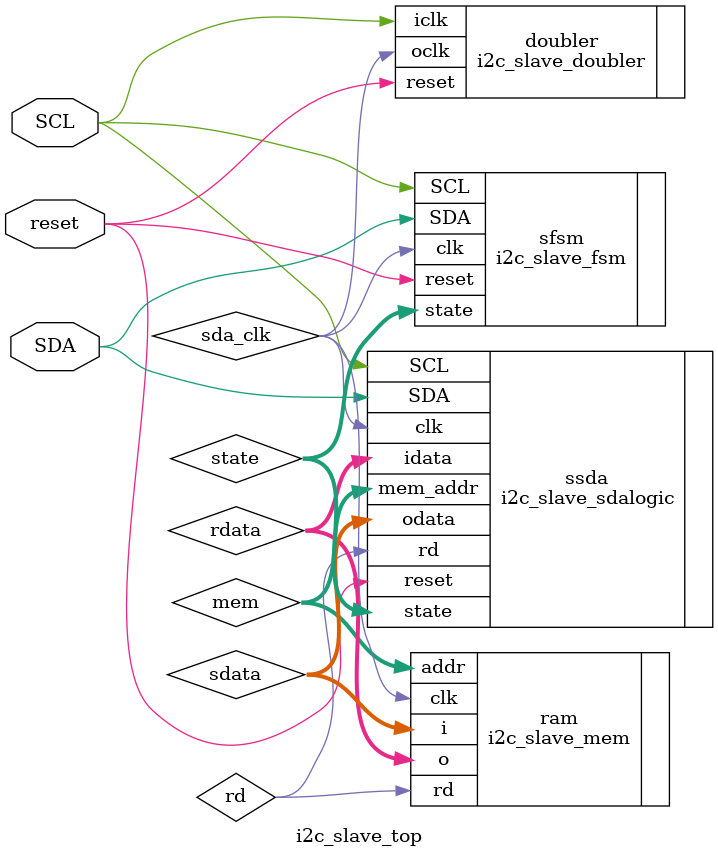
<source format=v>
`timescale 1ns / 1ps


module i2c_slave_top (
    inout SDA, 
    input SCL,
    input reset
    );
    
    wire sda_clk;
    wire [2:0]state;
    wire [7:0]sdata;
    wire [7:0]rdata;
    wire [7:0]mem;
    wire rd;
    
    i2c_slave_doubler doubler(.oclk(sda_clk), .iclk(SCL), .reset(reset));
    i2c_slave_fsm sfsm(.state(state), .clk(sda_clk), .reset(reset), .SCL(SCL), .SDA(SDA));
    i2c_slave_sdalogic #(7'd2) ssda(.SDA(SDA), .odata(sdata), .mem_addr(mem),.rd(rd), .clk(sda_clk), .reset(reset), .SCL(SCL), .state(state), .idata(rdata)); 
    i2c_slave_mem ram(.o(rdata), .clk(sda_clk), .addr(mem), .i(sdata), .rd(rd));
endmodule

</source>
